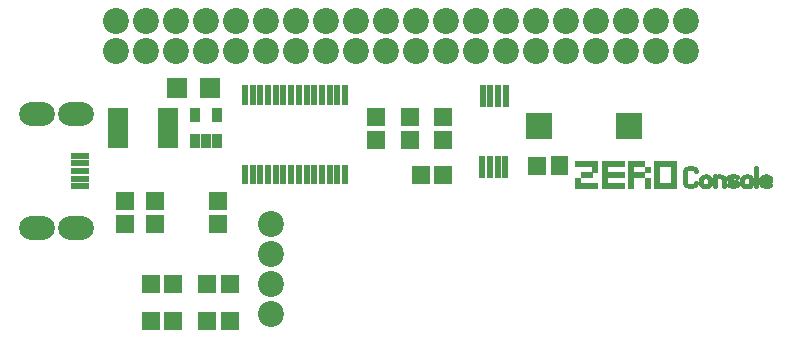
<source format=gbr>
%FSLAX34Y34*%
%MOMM*%
%LNSOLDERMASK_TOP*%
G71*
G01*
%ADD10C, 2.20*%
%ADD11R, 1.55X0.60*%
%ADD12C, 2.00*%
%ADD13R, 0.62X1.52*%
%ADD14R, 0.85X1.26*%
%ADD15R, 1.70X3.40*%
%ADD16R, 0.62X1.98*%
%ADD17R, 1.50X1.60*%
%ADD18R, 1.60X1.50*%
%ADD19R, 2.20X2.20*%
%ADD20C, 0.40*%
%ADD21R, 0.50X0.50*%
%ADD22R, 1.80X1.80*%
%ADD23C, 2.00*%
%LPD*%
X580231Y965994D02*
G54D10*
D03*
X580230Y940590D02*
G54D10*
D03*
X554831Y965994D02*
G54D10*
D03*
X554831Y940594D02*
G54D10*
D03*
X529431Y965994D02*
G54D10*
D03*
X529431Y940594D02*
G54D10*
D03*
X504030Y965990D02*
G54D10*
D03*
X504031Y940594D02*
G54D10*
D03*
X478631Y965994D02*
G54D10*
D03*
X478631Y940594D02*
G54D10*
D03*
X453230Y965990D02*
G54D10*
D03*
X453231Y940594D02*
G54D10*
D03*
X427831Y965994D02*
G54D10*
D03*
X427831Y940594D02*
G54D10*
D03*
X402431Y965994D02*
G54D10*
D03*
X402430Y940590D02*
G54D10*
D03*
X377031Y965994D02*
G54D10*
D03*
X377031Y940594D02*
G54D10*
D03*
X351631Y965994D02*
G54D10*
D03*
X351631Y940594D02*
G54D10*
D03*
X326230Y965990D02*
G54D10*
D03*
X326231Y940594D02*
G54D10*
D03*
X300831Y965994D02*
G54D10*
D03*
X300831Y940594D02*
G54D10*
D03*
X275431Y965994D02*
G54D10*
D03*
X275431Y940594D02*
G54D10*
D03*
X250030Y965990D02*
G54D10*
D03*
X250031Y940594D02*
G54D10*
D03*
X224631Y965994D02*
G54D10*
D03*
X224631Y940594D02*
G54D10*
D03*
X199231Y965994D02*
G54D10*
D03*
X199230Y940590D02*
G54D10*
D03*
X173831Y965994D02*
G54D10*
D03*
X173831Y940594D02*
G54D10*
D03*
X148430Y965990D02*
G54D10*
D03*
X123031Y965994D02*
G54D10*
D03*
X97631Y965994D02*
G54D10*
D03*
X148431Y940594D02*
G54D10*
D03*
X123031Y940594D02*
G54D10*
D03*
X97631Y940594D02*
G54D10*
D03*
X67279Y851650D02*
G54D11*
D03*
X67279Y845150D02*
G54D11*
D03*
X67279Y838650D02*
G54D11*
D03*
X67279Y832150D02*
G54D11*
D03*
X67279Y825650D02*
G54D11*
D03*
X35926Y886972D02*
G54D12*
D03*
X35529Y886972D02*
G54D12*
D03*
X35132Y886972D02*
G54D12*
D03*
X34735Y886972D02*
G54D12*
D03*
X34338Y886972D02*
G54D12*
D03*
X33941Y886972D02*
G54D12*
D03*
X33544Y886972D02*
G54D12*
D03*
X33147Y886972D02*
G54D12*
D03*
X32750Y886972D02*
G54D12*
D03*
X32354Y886972D02*
G54D12*
D03*
X31957Y886972D02*
G54D12*
D03*
X31560Y886972D02*
G54D12*
D03*
X31163Y886972D02*
G54D12*
D03*
X30766Y886972D02*
G54D12*
D03*
X30369Y886972D02*
G54D12*
D03*
X29972Y886972D02*
G54D12*
D03*
X29972Y886972D02*
G54D12*
D03*
X29576Y886972D02*
G54D12*
D03*
X29179Y886972D02*
G54D12*
D03*
X28782Y886972D02*
G54D12*
D03*
X28385Y886972D02*
G54D12*
D03*
X27988Y886972D02*
G54D12*
D03*
X27591Y886972D02*
G54D12*
D03*
X27194Y886972D02*
G54D12*
D03*
X26797Y886972D02*
G54D12*
D03*
X26400Y886972D02*
G54D12*
D03*
X26004Y886972D02*
G54D12*
D03*
X25607Y886972D02*
G54D12*
D03*
X25210Y886972D02*
G54D12*
D03*
X68866Y790134D02*
G54D12*
D03*
X68469Y790134D02*
G54D12*
D03*
X68072Y790134D02*
G54D12*
D03*
X67676Y790134D02*
G54D12*
D03*
X67279Y790134D02*
G54D12*
D03*
X66882Y790134D02*
G54D12*
D03*
X66485Y790134D02*
G54D12*
D03*
X66088Y790134D02*
G54D12*
D03*
X65691Y790134D02*
G54D12*
D03*
X65294Y790134D02*
G54D12*
D03*
X64897Y790134D02*
G54D12*
D03*
X64500Y790134D02*
G54D12*
D03*
X64104Y790134D02*
G54D12*
D03*
X63707Y790134D02*
G54D12*
D03*
X63310Y790134D02*
G54D12*
D03*
X62913Y790134D02*
G54D12*
D03*
X62913Y790134D02*
G54D12*
D03*
X62516Y790134D02*
G54D12*
D03*
X62119Y790134D02*
G54D12*
D03*
X61722Y790134D02*
G54D12*
D03*
X61326Y790134D02*
G54D12*
D03*
X60929Y790134D02*
G54D12*
D03*
X60532Y790134D02*
G54D12*
D03*
X60135Y790134D02*
G54D12*
D03*
X59738Y790134D02*
G54D12*
D03*
X59341Y790134D02*
G54D12*
D03*
X58944Y790134D02*
G54D12*
D03*
X58547Y790134D02*
G54D12*
D03*
X58150Y790134D02*
G54D12*
D03*
X68866Y886972D02*
G54D12*
D03*
X68469Y886972D02*
G54D12*
D03*
X68072Y886972D02*
G54D12*
D03*
X67676Y886972D02*
G54D12*
D03*
X67279Y886972D02*
G54D12*
D03*
X66882Y886972D02*
G54D12*
D03*
X66485Y886972D02*
G54D12*
D03*
X66088Y886972D02*
G54D12*
D03*
X65691Y886972D02*
G54D12*
D03*
X65294Y886972D02*
G54D12*
D03*
X64897Y886972D02*
G54D12*
D03*
X64500Y886972D02*
G54D12*
D03*
X64104Y886972D02*
G54D12*
D03*
X63707Y886972D02*
G54D12*
D03*
X63310Y886972D02*
G54D12*
D03*
X62913Y886972D02*
G54D12*
D03*
X62913Y886972D02*
G54D12*
D03*
X62516Y886972D02*
G54D12*
D03*
X62119Y886972D02*
G54D12*
D03*
X61722Y886972D02*
G54D12*
D03*
X61326Y886972D02*
G54D12*
D03*
X60929Y886972D02*
G54D12*
D03*
X60532Y886972D02*
G54D12*
D03*
X60135Y886972D02*
G54D12*
D03*
X59738Y886972D02*
G54D12*
D03*
X59341Y886972D02*
G54D12*
D03*
X58944Y886972D02*
G54D12*
D03*
X58547Y886972D02*
G54D12*
D03*
X58150Y886972D02*
G54D12*
D03*
X35926Y790134D02*
G54D12*
D03*
X35529Y790134D02*
G54D12*
D03*
X35132Y790134D02*
G54D12*
D03*
X34735Y790134D02*
G54D12*
D03*
X34338Y790134D02*
G54D12*
D03*
X33941Y790134D02*
G54D12*
D03*
X33544Y790134D02*
G54D12*
D03*
X33147Y790134D02*
G54D12*
D03*
X32750Y790134D02*
G54D12*
D03*
X32354Y790134D02*
G54D12*
D03*
X31957Y790134D02*
G54D12*
D03*
X31560Y790134D02*
G54D12*
D03*
X31163Y790134D02*
G54D12*
D03*
X30766Y790134D02*
G54D12*
D03*
X30369Y790134D02*
G54D12*
D03*
X29972Y790134D02*
G54D12*
D03*
X29972Y790134D02*
G54D12*
D03*
X29576Y790134D02*
G54D12*
D03*
X29179Y790134D02*
G54D12*
D03*
X28782Y790134D02*
G54D12*
D03*
X28385Y790134D02*
G54D12*
D03*
X27988Y790134D02*
G54D12*
D03*
X27591Y790134D02*
G54D12*
D03*
X27194Y790134D02*
G54D12*
D03*
X26797Y790134D02*
G54D12*
D03*
X26400Y790134D02*
G54D12*
D03*
X26004Y790134D02*
G54D12*
D03*
X25607Y790134D02*
G54D12*
D03*
X25210Y790134D02*
G54D12*
D03*
X291272Y834812D02*
G54D13*
D03*
X284772Y834812D02*
G54D13*
D03*
X278272Y834812D02*
G54D13*
D03*
X271772Y834812D02*
G54D13*
D03*
X265272Y834812D02*
G54D13*
D03*
X258772Y834812D02*
G54D13*
D03*
X252272Y834812D02*
G54D13*
D03*
X245772Y834812D02*
G54D13*
D03*
X239272Y834812D02*
G54D13*
D03*
X232772Y834812D02*
G54D13*
D03*
X226272Y834812D02*
G54D13*
D03*
X219772Y834812D02*
G54D13*
D03*
X213272Y834812D02*
G54D13*
D03*
X206772Y834812D02*
G54D13*
D03*
X291272Y903684D02*
G54D13*
D03*
X284772Y903684D02*
G54D13*
D03*
X278272Y903684D02*
G54D13*
D03*
X271772Y903684D02*
G54D13*
D03*
X265272Y903684D02*
G54D13*
D03*
X258772Y903684D02*
G54D13*
D03*
X252272Y903684D02*
G54D13*
D03*
X245772Y903684D02*
G54D13*
D03*
X239272Y903684D02*
G54D13*
D03*
X232772Y903684D02*
G54D13*
D03*
X226272Y903684D02*
G54D13*
D03*
X219772Y903684D02*
G54D13*
D03*
X213272Y903684D02*
G54D13*
D03*
X206772Y903684D02*
G54D13*
D03*
X291272Y902890D02*
G54D13*
D03*
X284772Y902890D02*
G54D13*
D03*
X278272Y902890D02*
G54D13*
D03*
X271772Y902890D02*
G54D13*
D03*
X265272Y902890D02*
G54D13*
D03*
X258772Y902890D02*
G54D13*
D03*
X252272Y902890D02*
G54D13*
D03*
X245772Y902890D02*
G54D13*
D03*
X239272Y902890D02*
G54D13*
D03*
X232772Y902890D02*
G54D13*
D03*
X226272Y902891D02*
G54D13*
D03*
X219772Y902890D02*
G54D13*
D03*
X213272Y902890D02*
G54D13*
D03*
X206772Y902890D02*
G54D13*
D03*
X291272Y835606D02*
G54D13*
D03*
X284772Y835606D02*
G54D13*
D03*
X278272Y835606D02*
G54D13*
D03*
X271772Y835606D02*
G54D13*
D03*
X265272Y835606D02*
G54D13*
D03*
X258772Y835606D02*
G54D13*
D03*
X252272Y835606D02*
G54D13*
D03*
X245772Y835606D02*
G54D13*
D03*
X239272Y835606D02*
G54D13*
D03*
X232772Y835606D02*
G54D13*
D03*
X226272Y835606D02*
G54D13*
D03*
X219772Y835606D02*
G54D13*
D03*
X213272Y835606D02*
G54D13*
D03*
X206772Y835606D02*
G54D13*
D03*
X291272Y836003D02*
G54D13*
D03*
X284772Y836003D02*
G54D13*
D03*
X278272Y836003D02*
G54D13*
D03*
X271772Y836003D02*
G54D13*
D03*
X265272Y836003D02*
G54D13*
D03*
X258772Y836003D02*
G54D13*
D03*
X252272Y836003D02*
G54D13*
D03*
X245772Y836003D02*
G54D13*
D03*
X239272Y836003D02*
G54D13*
D03*
X232772Y836003D02*
G54D13*
D03*
X226272Y836003D02*
G54D13*
D03*
X219772Y836003D02*
G54D13*
D03*
X213272Y836003D02*
G54D13*
D03*
X206772Y836003D02*
G54D13*
D03*
X291272Y902494D02*
G54D13*
D03*
X284772Y902494D02*
G54D13*
D03*
X278272Y902494D02*
G54D13*
D03*
X271772Y902494D02*
G54D13*
D03*
X265272Y902494D02*
G54D13*
D03*
X258772Y902494D02*
G54D13*
D03*
X252272Y902494D02*
G54D13*
D03*
X245772Y902494D02*
G54D13*
D03*
X239272Y902494D02*
G54D13*
D03*
X232772Y902494D02*
G54D13*
D03*
X226272Y902494D02*
G54D13*
D03*
X219772Y902494D02*
G54D13*
D03*
X213272Y902494D02*
G54D13*
D03*
X206772Y902494D02*
G54D13*
D03*
X164306Y885627D02*
G54D14*
D03*
X183356Y885627D02*
G54D14*
D03*
X164306Y863600D02*
G54D14*
D03*
X173831Y863600D02*
G54D14*
D03*
X183356Y863600D02*
G54D14*
D03*
X141288Y874712D02*
G54D15*
D03*
X99219Y874712D02*
G54D15*
D03*
X407988Y901700D02*
G54D16*
D03*
X414487Y901700D02*
G54D16*
D03*
X407591Y842353D02*
G54D16*
D03*
X414091Y842353D02*
G54D16*
D03*
X420591Y842353D02*
G54D16*
D03*
X427091Y842353D02*
G54D16*
D03*
X420988Y901700D02*
G54D16*
D03*
X427488Y901700D02*
G54D16*
D03*
X193675Y742950D02*
G54D17*
D03*
X174675Y742950D02*
G54D17*
D03*
X193675Y711200D02*
G54D17*
D03*
X174675Y711200D02*
G54D17*
D03*
X146050Y711200D02*
G54D17*
D03*
X127050Y711200D02*
G54D17*
D03*
X146050Y742950D02*
G54D17*
D03*
X127050Y742950D02*
G54D17*
D03*
X317475Y884212D02*
G54D18*
D03*
X317475Y865212D02*
G54D18*
D03*
X346050Y884212D02*
G54D18*
D03*
X346050Y865212D02*
G54D18*
D03*
X374625Y884212D02*
G54D18*
D03*
X374625Y865212D02*
G54D18*
D03*
X454026Y842963D02*
G54D17*
D03*
G36*
X465534Y850954D02*
X480516Y850954D01*
X480517Y834972D01*
X465535Y834972D01*
X465534Y850954D01*
G37*
X228600Y793750D02*
G54D10*
D03*
X228600Y768350D02*
G54D10*
D03*
X228600Y742950D02*
G54D10*
D03*
X228600Y717550D02*
G54D10*
D03*
X532209Y876697D02*
G54D19*
D03*
X456009Y876697D02*
G54D19*
D03*
X184175Y793775D02*
G54D18*
D03*
X184175Y812775D02*
G54D18*
D03*
X130200Y793775D02*
G54D18*
D03*
X130200Y812775D02*
G54D18*
D03*
X104800Y793775D02*
G54D18*
D03*
X104800Y812775D02*
G54D18*
D03*
G54D20*
X588641Y828500D02*
X587441Y826500D01*
X585041Y825500D01*
X582641Y825500D01*
X580241Y826500D01*
X579041Y828500D01*
X579041Y838500D01*
X580241Y840500D01*
X582641Y841500D01*
X585041Y841500D01*
X587441Y840500D01*
X588641Y838500D01*
G54D20*
X600241Y827900D02*
X600241Y831900D01*
X599041Y833900D01*
X596641Y834500D01*
X594241Y833900D01*
X593041Y831900D01*
X593041Y827900D01*
X594241Y825900D01*
X596641Y825500D01*
X599041Y825900D01*
X600241Y827900D01*
G54D20*
X604641Y825500D02*
X604641Y834500D01*
G54D20*
X604641Y832500D02*
X605841Y833900D01*
X608241Y834500D01*
X610641Y833900D01*
X611841Y832500D01*
X611841Y825500D01*
G54D20*
X616241Y826500D02*
X618641Y825500D01*
X621041Y825500D01*
X623441Y826500D01*
X623441Y828500D01*
X622241Y829500D01*
X617441Y830500D01*
X616241Y831500D01*
X616241Y833500D01*
X618641Y834500D01*
X621041Y834500D01*
X623441Y833500D01*
G54D20*
X635041Y827900D02*
X635041Y831900D01*
X633841Y833900D01*
X631441Y834500D01*
X629041Y833900D01*
X627841Y831900D01*
X627841Y827900D01*
X629041Y825900D01*
X631441Y825500D01*
X633841Y825900D01*
X635041Y827900D01*
G54D20*
X639441Y825500D02*
X639441Y841500D01*
G54D20*
X651041Y826500D02*
X649121Y825500D01*
X646721Y825500D01*
X644321Y826500D01*
X643841Y828500D01*
X643841Y831900D01*
X645041Y833900D01*
X647441Y834500D01*
X649841Y833900D01*
X651041Y832500D01*
X651041Y830500D01*
X643841Y830500D01*
X488950Y844550D02*
G54D21*
D03*
X498475Y844550D02*
G54D21*
D03*
X503238Y844550D02*
G54D21*
D03*
X503238Y839788D02*
G54D21*
D03*
X498475Y835025D02*
G54D21*
D03*
X488950Y830262D02*
G54D21*
D03*
X488950Y825500D02*
G54D21*
D03*
X498475Y825500D02*
G54D21*
D03*
X503238Y825500D02*
G54D21*
D03*
X511175Y825500D02*
G54D21*
D03*
X511175Y830262D02*
G54D21*
D03*
X511175Y835025D02*
G54D21*
D03*
X511175Y839788D02*
G54D21*
D03*
X511175Y844550D02*
G54D21*
D03*
X515938Y844550D02*
G54D21*
D03*
X520700Y844550D02*
G54D21*
D03*
X515938Y835025D02*
G54D21*
D03*
X520700Y835025D02*
G54D21*
D03*
X515938Y825500D02*
G54D21*
D03*
X520700Y825500D02*
G54D21*
D03*
X533400Y844550D02*
G54D21*
D03*
X533400Y839788D02*
G54D21*
D03*
X533400Y835025D02*
G54D21*
D03*
X533400Y830262D02*
G54D21*
D03*
X533400Y825500D02*
G54D21*
D03*
X538162Y844550D02*
G54D21*
D03*
X538162Y835025D02*
G54D21*
D03*
X547688Y839788D02*
G54D21*
D03*
X547688Y830262D02*
G54D21*
D03*
X547688Y825500D02*
G54D21*
D03*
X555625Y839788D02*
G54D21*
D03*
X555625Y835025D02*
G54D21*
D03*
X555625Y830262D02*
G54D21*
D03*
X560388Y825500D02*
G54D21*
D03*
X565150Y825500D02*
G54D21*
D03*
X569912Y830262D02*
G54D21*
D03*
X569912Y835025D02*
G54D21*
D03*
X569912Y839788D02*
G54D21*
D03*
X560388Y844550D02*
G54D21*
D03*
X565150Y844550D02*
G54D21*
D03*
X149225Y908844D02*
G54D22*
D03*
X177225Y908844D02*
G54D22*
D03*
X555625Y844550D02*
G54D21*
D03*
X569912Y844550D02*
G54D21*
D03*
X569912Y825500D02*
G54D21*
D03*
X555625Y825500D02*
G54D21*
D03*
X493712Y844550D02*
G54D21*
D03*
X493712Y835025D02*
G54D21*
D03*
X493712Y825500D02*
G54D21*
D03*
X525462Y844550D02*
G54D21*
D03*
X525462Y835025D02*
G54D21*
D03*
X525462Y825500D02*
G54D21*
D03*
X542925Y844550D02*
G54D21*
D03*
X542925Y835025D02*
G54D21*
D03*
X355600Y835025D02*
G54D17*
D03*
X374600Y835025D02*
G54D17*
D03*
X25210Y886972D02*
G54D23*
D03*
X26400Y886972D02*
G54D23*
D03*
X27591Y886972D02*
G54D23*
D03*
X28782Y886972D02*
G54D23*
D03*
X29972Y886972D02*
G54D23*
D03*
X31163Y886972D02*
G54D23*
D03*
X32750Y886972D02*
G54D23*
D03*
X33941Y886972D02*
G54D23*
D03*
X35132Y886972D02*
G54D23*
D03*
X35926Y886972D02*
G54D23*
D03*
X58150Y886972D02*
G54D23*
D03*
X59341Y886972D02*
G54D23*
D03*
X60532Y886972D02*
G54D23*
D03*
X61722Y886972D02*
G54D23*
D03*
X62913Y886972D02*
G54D23*
D03*
X64104Y886972D02*
G54D23*
D03*
X65294Y886972D02*
G54D23*
D03*
X66485Y886972D02*
G54D23*
D03*
X67676Y886972D02*
G54D23*
D03*
X68866Y886972D02*
G54D23*
D03*
X25210Y790134D02*
G54D23*
D03*
X26400Y790134D02*
G54D23*
D03*
X27591Y790134D02*
G54D23*
D03*
X28782Y790134D02*
G54D23*
D03*
X29972Y790134D02*
G54D23*
D03*
X31163Y790134D02*
G54D23*
D03*
X32354Y790134D02*
G54D23*
D03*
X33544Y790134D02*
G54D23*
D03*
X34735Y790134D02*
G54D23*
D03*
X35926Y790134D02*
G54D23*
D03*
X58150Y790134D02*
G54D23*
D03*
X59341Y790134D02*
G54D23*
D03*
X60532Y790134D02*
G54D23*
D03*
X61722Y790134D02*
G54D23*
D03*
X63310Y790134D02*
G54D23*
D03*
X64500Y790134D02*
G54D23*
D03*
X65691Y790134D02*
G54D23*
D03*
X66882Y790134D02*
G54D23*
D03*
X68072Y790134D02*
G54D23*
D03*
X68866Y790134D02*
G54D23*
D03*
M02*

</source>
